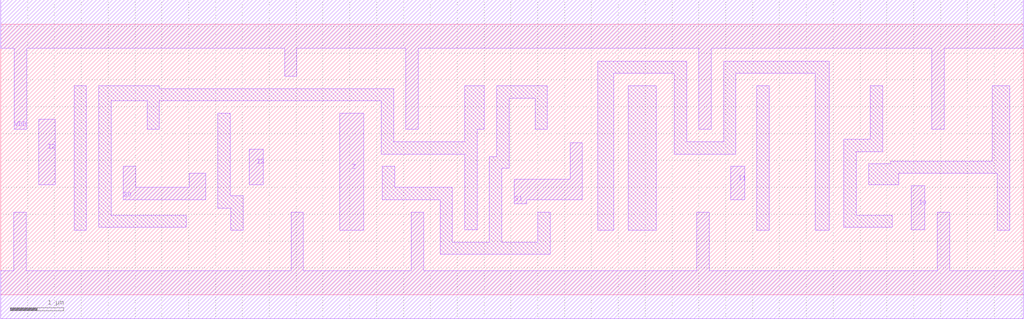
<source format=lef>
# Copyright 2022 GlobalFoundries PDK Authors
#
# Licensed under the Apache License, Version 2.0 (the "License");
# you may not use this file except in compliance with the License.
# You may obtain a copy of the License at
#
#      http://www.apache.org/licenses/LICENSE-2.0
#
# Unless required by applicable law or agreed to in writing, software
# distributed under the License is distributed on an "AS IS" BASIS,
# WITHOUT WARRANTIES OR CONDITIONS OF ANY KIND, either express or implied.
# See the License for the specific language governing permissions and
# limitations under the License.

MACRO gf180mcu_fd_sc_mcu9t5v0__mux4_2
  CLASS core ;
  FOREIGN gf180mcu_fd_sc_mcu9t5v0__mux4_2 0.0 0.0 ;
  ORIGIN 0 0 ;
  SYMMETRY X Y ;
  SITE GF018hv5v_green_sc9 ;
  SIZE 19.04 BY 5.04 ;
  PIN I0
    DIRECTION INPUT ;
    ANTENNAGATEAREA 1.12 ;
    PORT
      LAYER METAL1 ;
        POLYGON 16.95 1.21 17.21 1.21 17.21 2.03 16.95 2.03  ;
    END
  END I0
  PIN I1
    DIRECTION INPUT ;
    ANTENNAGATEAREA 1.12 ;
    PORT
      LAYER METAL1 ;
        POLYGON 13.59 1.77 13.85 1.77 13.85 2.39 13.59 2.39  ;
    END
  END I1
  PIN I2
    DIRECTION INPUT ;
    ANTENNAGATEAREA 1.12 ;
    PORT
      LAYER METAL1 ;
        POLYGON 0.71 2.05 1.015 2.05 1.015 3.27 0.71 3.27  ;
    END
  END I2
  PIN I3
    DIRECTION INPUT ;
    ANTENNAGATEAREA 1.12 ;
    PORT
      LAYER METAL1 ;
        POLYGON 4.625 2.05 4.89 2.05 4.89 2.71 4.625 2.71  ;
    END
  END I3
  PIN S0
    DIRECTION INPUT ;
    ANTENNAGATEAREA 3.36 ;
    PORT
      LAYER METAL1 ;
        POLYGON 2.285 1.77 3.815 1.77 3.815 2.26 3.51 2.26 3.51 2 2.515 2 2.515 2.39 2.285 2.39  ;
    END
  END S0
  PIN S1
    DIRECTION INPUT ;
    ANTENNAGATEAREA 2.24 ;
    PORT
      LAYER METAL1 ;
        POLYGON 9.56 1.69 9.79 1.69 9.79 1.77 10.23 1.77 10.83 1.77 10.83 2.83 10.6 2.83 10.6 2.15 10.23 2.15 9.56 2.15  ;
    END
  END S1
  PIN Z
    DIRECTION OUTPUT ;
    ANTENNADIFFAREA 1.0816 ;
    PORT
      LAYER METAL1 ;
        POLYGON 6.31 1.2 6.755 1.2 6.755 3.38 6.31 3.38  ;
    END
  END Z
  PIN VDD
    DIRECTION INOUT ;
    USE power ;
    SHAPE ABUTMENT ;
    PORT
      LAYER METAL1 ;
        POLYGON 0 4.59 0.25 4.59 0.25 3.08 0.48 3.08 0.48 4.59 1.595 4.59 5.285 4.59 5.285 4.07 5.515 4.07 5.515 4.59 7.545 4.59 7.545 3.08 7.775 3.08 7.775 4.59 9.005 4.59 10.23 4.59 13 4.59 13 3.08 13.23 3.08 13.23 4.59 15.43 4.59 17.34 4.59 17.34 3.08 17.57 3.08 17.57 4.59 18.79 4.59 19.04 4.59 19.04 5.49 18.79 5.49 15.43 5.49 10.23 5.49 9.005 5.49 1.595 5.49 0 5.49  ;
    END
  END VDD
  PIN VSS
    DIRECTION INOUT ;
    USE ground ;
    SHAPE ABUTMENT ;
    PORT
      LAYER METAL1 ;
        POLYGON 0 -0.45 19.04 -0.45 19.04 0.45 17.67 0.45 17.67 1.54 17.44 1.54 17.44 0.45 13.19 0.45 13.19 1.54 12.96 1.54 12.96 0.45 7.875 0.45 7.875 1.54 7.645 1.54 7.645 0.45 5.635 0.45 5.635 1.54 5.405 1.54 5.405 0.45 0.475 0.45 0.475 1.54 0.245 1.54 0.245 0.45 0 0.45  ;
    END
  END VSS
  OBS
      LAYER METAL1 ;
        POLYGON 1.365 1.2 1.595 1.2 1.595 3.89 1.365 3.89  ;
        POLYGON 4.045 1.615 4.285 1.615 4.285 1.2 4.515 1.2 4.515 1.845 4.275 1.845 4.275 3.38 4.045 3.38  ;
        POLYGON 2.055 3.61 2.725 3.61 2.725 3.08 2.955 3.08 2.955 3.61 7.085 3.61 7.085 2.62 8.64 2.62 8.64 1.21 8.87 1.21 8.87 3.08 9.005 3.08 9.005 3.89 8.64 3.89 8.64 2.85 7.315 2.85 7.315 3.84 2.955 3.84 2.955 3.89 1.825 3.89 1.825 1.255 3.45 1.255 3.45 1.485 2.055 1.485  ;
        POLYGON 7.105 1.77 8.18 1.77 8.18 0.75 10.23 0.75 10.23 1.54 10 1.54 10 0.98 9.33 0.98 9.33 2.36 9.465 2.36 9.465 3.66 9.95 3.66 9.95 3.08 10.18 3.08 10.18 3.89 9.235 3.89 9.235 2.57 9.1 2.57 9.1 0.98 8.41 0.98 8.41 2 7.335 2 7.335 2.39 7.105 2.39  ;
        POLYGON 11.68 1.2 12.21 1.2 12.21 3.89 11.68 3.89  ;
        POLYGON 14.08 1.2 14.31 1.2 14.31 3.89 14.08 3.89  ;
        POLYGON 11.12 1.2 11.41 1.2 11.41 4.12 12.54 4.12 12.54 2.62 13.69 2.62 13.69 4.12 15.17 4.12 15.17 1.2 15.43 1.2 15.43 4.35 13.46 4.35 13.46 2.85 12.77 2.85 12.77 4.35 11.12 4.35  ;
        POLYGON 15.7 1.255 16.605 1.255 16.605 1.485 15.93 1.485 15.93 2.665 16.42 2.665 16.42 3.89 16.19 3.89 16.19 2.895 15.7 2.895  ;
        POLYGON 16.16 2.05 16.72 2.05 16.72 2.26 18.56 2.26 18.56 1.2 18.79 1.2 18.79 3.89 18.46 3.89 18.46 2.49 16.57 2.49 16.57 2.435 16.16 2.435  ;
  END
END gf180mcu_fd_sc_mcu9t5v0__mux4_2

</source>
